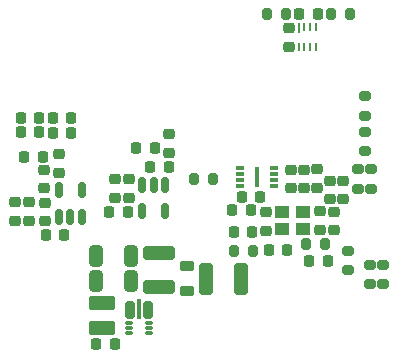
<source format=gbp>
G04 #@! TF.GenerationSoftware,KiCad,Pcbnew,(6.0.7)*
G04 #@! TF.CreationDate,2022-10-27T11:54:22+02:00*
G04 #@! TF.ProjectId,sensorNode,73656e73-6f72-44e6-9f64-652e6b696361,rev?*
G04 #@! TF.SameCoordinates,Original*
G04 #@! TF.FileFunction,Paste,Bot*
G04 #@! TF.FilePolarity,Positive*
%FSLAX46Y46*%
G04 Gerber Fmt 4.6, Leading zero omitted, Abs format (unit mm)*
G04 Created by KiCad (PCBNEW (6.0.7)) date 2022-10-27 11:54:22*
%MOMM*%
%LPD*%
G01*
G04 APERTURE LIST*
G04 Aperture macros list*
%AMRoundRect*
0 Rectangle with rounded corners*
0 $1 Rounding radius*
0 $2 $3 $4 $5 $6 $7 $8 $9 X,Y pos of 4 corners*
0 Add a 4 corners polygon primitive as box body*
4,1,4,$2,$3,$4,$5,$6,$7,$8,$9,$2,$3,0*
0 Add four circle primitives for the rounded corners*
1,1,$1+$1,$2,$3*
1,1,$1+$1,$4,$5*
1,1,$1+$1,$6,$7*
1,1,$1+$1,$8,$9*
0 Add four rect primitives between the rounded corners*
20,1,$1+$1,$2,$3,$4,$5,0*
20,1,$1+$1,$4,$5,$6,$7,0*
20,1,$1+$1,$6,$7,$8,$9,0*
20,1,$1+$1,$8,$9,$2,$3,0*%
G04 Aperture macros list end*
%ADD10RoundRect,0.218750X-0.256250X0.218750X-0.256250X-0.218750X0.256250X-0.218750X0.256250X0.218750X0*%
%ADD11RoundRect,0.200000X0.200000X0.275000X-0.200000X0.275000X-0.200000X-0.275000X0.200000X-0.275000X0*%
%ADD12RoundRect,0.218750X0.218750X0.256250X-0.218750X0.256250X-0.218750X-0.256250X0.218750X-0.256250X0*%
%ADD13RoundRect,0.225000X-0.250000X0.225000X-0.250000X-0.225000X0.250000X-0.225000X0.250000X0.225000X0*%
%ADD14RoundRect,0.225000X0.225000X0.250000X-0.225000X0.250000X-0.225000X-0.250000X0.225000X-0.250000X0*%
%ADD15R,1.150000X1.000000*%
%ADD16RoundRect,0.200000X0.275000X-0.200000X0.275000X0.200000X-0.275000X0.200000X-0.275000X-0.200000X0*%
%ADD17RoundRect,0.200000X0.200000X0.525000X-0.200000X0.525000X-0.200000X-0.525000X0.200000X-0.525000X0*%
%ADD18RoundRect,0.075000X0.225000X0.075000X-0.225000X0.075000X-0.225000X-0.075000X0.225000X-0.075000X0*%
%ADD19RoundRect,0.075000X0.075000X0.787500X-0.075000X0.787500X-0.075000X-0.787500X0.075000X-0.787500X0*%
%ADD20RoundRect,0.200000X-0.200000X-0.275000X0.200000X-0.275000X0.200000X0.275000X-0.200000X0.275000X0*%
%ADD21RoundRect,0.250000X-1.100000X0.325000X-1.100000X-0.325000X1.100000X-0.325000X1.100000X0.325000X0*%
%ADD22RoundRect,0.225000X0.250000X-0.225000X0.250000X0.225000X-0.250000X0.225000X-0.250000X-0.225000X0*%
%ADD23RoundRect,0.218750X-0.381250X0.218750X-0.381250X-0.218750X0.381250X-0.218750X0.381250X0.218750X0*%
%ADD24RoundRect,0.218750X-0.218750X-0.256250X0.218750X-0.256250X0.218750X0.256250X-0.218750X0.256250X0*%
%ADD25RoundRect,0.218750X0.256250X-0.218750X0.256250X0.218750X-0.256250X0.218750X-0.256250X-0.218750X0*%
%ADD26RoundRect,0.250000X0.325000X0.650000X-0.325000X0.650000X-0.325000X-0.650000X0.325000X-0.650000X0*%
%ADD27RoundRect,0.225000X-0.225000X-0.250000X0.225000X-0.250000X0.225000X0.250000X-0.225000X0.250000X0*%
%ADD28RoundRect,0.150000X0.150000X-0.512500X0.150000X0.512500X-0.150000X0.512500X-0.150000X-0.512500X0*%
%ADD29RoundRect,0.250000X0.325000X1.100000X-0.325000X1.100000X-0.325000X-1.100000X0.325000X-1.100000X0*%
%ADD30RoundRect,0.250000X0.850000X-0.375000X0.850000X0.375000X-0.850000X0.375000X-0.850000X-0.375000X0*%
%ADD31RoundRect,0.150000X-0.150000X0.512500X-0.150000X-0.512500X0.150000X-0.512500X0.150000X0.512500X0*%
%ADD32R,0.750000X0.300000*%
%ADD33R,0.300000X1.700000*%
%ADD34RoundRect,0.200000X-0.275000X0.200000X-0.275000X-0.200000X0.275000X-0.200000X0.275000X0.200000X0*%
%ADD35RoundRect,0.062500X-0.062500X0.337500X-0.062500X-0.337500X0.062500X-0.337500X0.062500X0.337500X0*%
%ADD36RoundRect,0.062500X-0.062500X0.287500X-0.062500X-0.287500X0.062500X-0.287500X0.062500X0.287500X0*%
G04 APERTURE END LIST*
D10*
X213400000Y-110812500D03*
X213400000Y-112387500D03*
D11*
X239225000Y-94800000D03*
X237575000Y-94800000D03*
D12*
X215612500Y-103600000D03*
X214037500Y-103600000D03*
D10*
X223882024Y-105012500D03*
X223882024Y-106587500D03*
D13*
X238650000Y-108925000D03*
X238650000Y-110475000D03*
D14*
X214975000Y-113500000D03*
X213425000Y-113500000D03*
D15*
X233450000Y-111600000D03*
X235200000Y-111600000D03*
X235200000Y-113000000D03*
X233450000Y-113000000D03*
D16*
X240900000Y-117725000D03*
X240900000Y-116075000D03*
D11*
X231025000Y-114900000D03*
X229375000Y-114900000D03*
D16*
X240950000Y-109625000D03*
X240950000Y-107975000D03*
D13*
X232125000Y-111625000D03*
X232125000Y-113175000D03*
D17*
X222100000Y-119900000D03*
D18*
X222200000Y-120950000D03*
X222200000Y-121400000D03*
X222200000Y-121850000D03*
X220500000Y-121850000D03*
X220500000Y-121400000D03*
X220500000Y-120950000D03*
D17*
X220600000Y-119900000D03*
D19*
X221350000Y-119762500D03*
D20*
X235475000Y-114300000D03*
X237125000Y-114300000D03*
D13*
X237550000Y-108925000D03*
X237550000Y-110475000D03*
D10*
X214525000Y-106687500D03*
X214525000Y-108262500D03*
D13*
X234000000Y-96025000D03*
X234000000Y-97575000D03*
D21*
X223000000Y-115025000D03*
X223000000Y-117975000D03*
D16*
X242000000Y-117725000D03*
X242000000Y-116075000D03*
D12*
X212912500Y-104800000D03*
X211337500Y-104800000D03*
D22*
X237825000Y-113100000D03*
X237825000Y-111550000D03*
D23*
X225400000Y-116137500D03*
X225400000Y-118262500D03*
D24*
X214037500Y-104900000D03*
X215612500Y-104900000D03*
D12*
X222687500Y-106200000D03*
X221112500Y-106200000D03*
D16*
X240500000Y-103425000D03*
X240500000Y-101775000D03*
D11*
X227625000Y-108800000D03*
X225975000Y-108800000D03*
D14*
X233900000Y-114800000D03*
X232350000Y-114800000D03*
D25*
X220500000Y-110387500D03*
X220500000Y-108812500D03*
D16*
X239850000Y-109625000D03*
X239850000Y-107975000D03*
D26*
X220675000Y-115350000D03*
X217725000Y-115350000D03*
X220675000Y-117450000D03*
X217725000Y-117450000D03*
D25*
X212050000Y-112337500D03*
X212050000Y-110762500D03*
D27*
X235775000Y-115700000D03*
X237325000Y-115700000D03*
D28*
X216475000Y-112000000D03*
X215525000Y-112000000D03*
X214575000Y-112000000D03*
X214575000Y-109725000D03*
X216475000Y-109725000D03*
D14*
X230800000Y-111400000D03*
X229250000Y-111400000D03*
D29*
X229975000Y-117300000D03*
X227025000Y-117300000D03*
D20*
X232175000Y-94800000D03*
X233825000Y-94800000D03*
D13*
X213325000Y-108012500D03*
X213325000Y-109562500D03*
X234225000Y-108025000D03*
X234225000Y-109575000D03*
D27*
X234925000Y-94800000D03*
X236475000Y-94800000D03*
D14*
X231575000Y-110300000D03*
X230025000Y-110300000D03*
D12*
X213187500Y-106900000D03*
X211612500Y-106900000D03*
D14*
X223857024Y-107800000D03*
X222307024Y-107800000D03*
D30*
X218200000Y-121425000D03*
X218200000Y-119275000D03*
D31*
X221632024Y-109262500D03*
X222582024Y-109262500D03*
X223532024Y-109262500D03*
X223532024Y-111537500D03*
X221632024Y-111537500D03*
D22*
X210850000Y-112312500D03*
X210850000Y-110762500D03*
D13*
X235325000Y-108000000D03*
X235325000Y-109550000D03*
D22*
X236625000Y-113075000D03*
X236625000Y-111525000D03*
D13*
X236425000Y-107975000D03*
X236425000Y-109525000D03*
D10*
X219300000Y-108812500D03*
X219300000Y-110387500D03*
D16*
X239000000Y-116525000D03*
X239000000Y-114875000D03*
D12*
X212912500Y-103600000D03*
X211337500Y-103600000D03*
D14*
X230900000Y-113300000D03*
X229350000Y-113300000D03*
D32*
X229850000Y-109350000D03*
X229850000Y-108850000D03*
X229850000Y-108350000D03*
X229850000Y-107850000D03*
X232750000Y-107850000D03*
X232750000Y-108350000D03*
X232750000Y-108850000D03*
X232750000Y-109350000D03*
D33*
X231300000Y-108600000D03*
D14*
X220375000Y-111600000D03*
X218825000Y-111600000D03*
D34*
X240500000Y-104775000D03*
X240500000Y-106425000D03*
D35*
X234850000Y-96000000D03*
D36*
X235350000Y-95950000D03*
X235850000Y-95950000D03*
X236350000Y-95950000D03*
X236350000Y-97650000D03*
X235850000Y-97650000D03*
X235350000Y-97650000D03*
X234850000Y-97650000D03*
D27*
X217725000Y-122750000D03*
X219275000Y-122750000D03*
M02*

</source>
